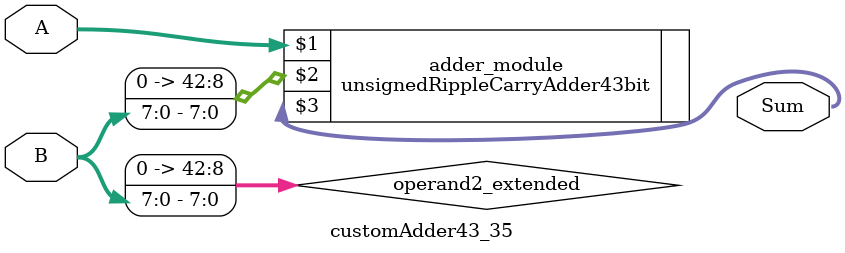
<source format=v>
module customAdder43_35(
                        input [42 : 0] A,
                        input [7 : 0] B,
                        
                        output [43 : 0] Sum
                );

        wire [42 : 0] operand2_extended;
        
        assign operand2_extended =  {35'b0, B};
        
        unsignedRippleCarryAdder43bit adder_module(
            A,
            operand2_extended,
            Sum
        );
        
        endmodule
        
</source>
